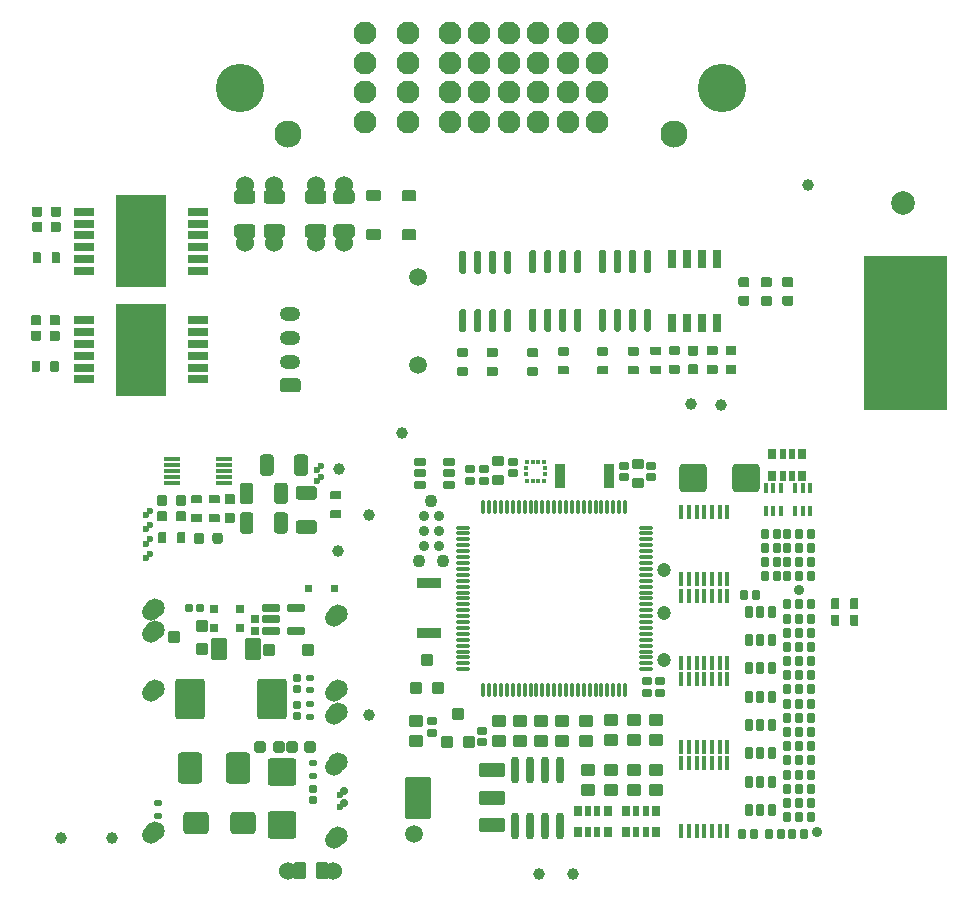
<source format=gts>
G75*
G70*
%OFA0B0*%
%FSLAX25Y25*%
%IPPOS*%
%LPD*%
%AMOC8*
5,1,8,0,0,1.08239X$1,22.5*
%
%AMM108*
21,1,0.029530,0.026380,-0.000000,0.000000,0.000000*
21,1,0.020470,0.035430,-0.000000,0.000000,0.000000*
1,1,0.009060,0.010240,-0.013190*
1,1,0.009060,-0.010240,-0.013190*
1,1,0.009060,-0.010240,0.013190*
1,1,0.009060,0.010240,0.013190*
%
%AMM109*
21,1,0.021650,0.027950,-0.000000,0.000000,0.000000*
21,1,0.014170,0.035430,-0.000000,0.000000,0.000000*
1,1,0.007480,0.007090,-0.013980*
1,1,0.007480,-0.007090,-0.013980*
1,1,0.007480,-0.007090,0.013980*
1,1,0.007480,0.007090,0.013980*
%
%AMM110*
21,1,0.016540,0.028980,-0.000000,0.000000,180.000000*
21,1,0.010080,0.035430,-0.000000,0.000000,180.000000*
1,1,0.006460,-0.005040,0.014490*
1,1,0.006460,0.005040,0.014490*
1,1,0.006460,0.005040,-0.014490*
1,1,0.006460,-0.005040,-0.014490*
%
%AMM111*
21,1,0.027560,0.030710,-0.000000,0.000000,270.000000*
21,1,0.018900,0.039370,-0.000000,0.000000,270.000000*
1,1,0.008660,-0.015350,-0.009450*
1,1,0.008660,-0.015350,0.009450*
1,1,0.008660,0.015350,0.009450*
1,1,0.008660,0.015350,-0.009450*
%
%AMM112*
21,1,0.031500,0.018900,-0.000000,0.000000,180.000000*
21,1,0.022840,0.027560,-0.000000,0.000000,180.000000*
1,1,0.008660,-0.011420,0.009450*
1,1,0.008660,0.011420,0.009450*
1,1,0.008660,0.011420,-0.009450*
1,1,0.008660,-0.011420,-0.009450*
%
%AMM113*
21,1,0.035430,0.072440,-0.000000,0.000000,180.000000*
21,1,0.025200,0.082680,-0.000000,0.000000,180.000000*
1,1,0.010240,-0.012600,0.036220*
1,1,0.010240,0.012600,0.036220*
1,1,0.010240,0.012600,-0.036220*
1,1,0.010240,-0.012600,-0.036220*
%
%AMM114*
21,1,0.031500,0.018900,-0.000000,0.000000,270.000000*
21,1,0.022840,0.027560,-0.000000,0.000000,270.000000*
1,1,0.008660,-0.009450,-0.011420*
1,1,0.008660,-0.009450,0.011420*
1,1,0.008660,0.009450,0.011420*
1,1,0.008660,0.009450,-0.011420*
%
%AMM115*
21,1,0.027560,0.030710,-0.000000,0.000000,0.000000*
21,1,0.018900,0.039370,-0.000000,0.000000,0.000000*
1,1,0.008660,0.009450,-0.015350*
1,1,0.008660,-0.009450,-0.015350*
1,1,0.008660,-0.009450,0.015350*
1,1,0.008660,0.009450,0.015350*
%
%AMM116*
21,1,0.039370,0.030320,-0.000000,0.000000,0.000000*
21,1,0.028350,0.041340,-0.000000,0.000000,0.000000*
1,1,0.011020,0.014170,-0.015160*
1,1,0.011020,-0.014170,-0.015160*
1,1,0.011020,-0.014170,0.015160*
1,1,0.011020,0.014170,0.015160*
%
%AMM117*
21,1,0.047240,0.075980,-0.000000,0.000000,90.000000*
21,1,0.034650,0.088580,-0.000000,0.000000,90.000000*
1,1,0.012600,0.037990,0.017320*
1,1,0.012600,0.037990,-0.017320*
1,1,0.012600,-0.037990,-0.017320*
1,1,0.012600,-0.037990,0.017320*
%
%AMM118*
21,1,0.043310,0.035430,-0.000000,0.000000,90.000000*
21,1,0.031500,0.047240,-0.000000,0.000000,90.000000*
1,1,0.011810,0.017720,0.015750*
1,1,0.011810,0.017720,-0.015750*
1,1,0.011810,-0.017720,-0.015750*
1,1,0.011810,-0.017720,0.015750*
%
%AMM119*
21,1,0.031500,0.030710,-0.000000,0.000000,90.000000*
21,1,0.022050,0.040160,-0.000000,0.000000,90.000000*
1,1,0.009450,0.015350,0.011020*
1,1,0.009450,0.015350,-0.011020*
1,1,0.009450,-0.015350,-0.011020*
1,1,0.009450,-0.015350,0.011020*
%
%AMM120*
21,1,0.035430,0.072440,-0.000000,0.000000,90.000000*
21,1,0.025200,0.082680,-0.000000,0.000000,90.000000*
1,1,0.010240,0.036220,0.012600*
1,1,0.010240,0.036220,-0.012600*
1,1,0.010240,-0.036220,-0.012600*
1,1,0.010240,-0.036220,0.012600*
%
%AMM121*
21,1,0.141730,0.067720,-0.000000,0.000000,90.000000*
21,1,0.120870,0.088580,-0.000000,0.000000,90.000000*
1,1,0.020870,0.033860,0.060430*
1,1,0.020870,0.033860,-0.060430*
1,1,0.020870,-0.033860,-0.060430*
1,1,0.020870,-0.033860,0.060430*
%
%AMM122*
21,1,0.047240,0.075990,-0.000000,0.000000,90.000000*
21,1,0.034650,0.088580,-0.000000,0.000000,90.000000*
1,1,0.012600,0.037990,0.017320*
1,1,0.012600,0.037990,-0.017320*
1,1,0.012600,-0.037990,-0.017320*
1,1,0.012600,-0.037990,0.017320*
%
%AMM123*
21,1,0.090550,0.073230,-0.000000,0.000000,180.000000*
21,1,0.069290,0.094490,-0.000000,0.000000,180.000000*
1,1,0.021260,-0.034650,0.036610*
1,1,0.021260,0.034650,0.036610*
1,1,0.021260,0.034650,-0.036610*
1,1,0.021260,-0.034650,-0.036610*
%
%AMM69*
21,1,0.092130,0.073230,0.000000,0.000000,270.000000*
21,1,0.069290,0.096060,0.000000,0.000000,270.000000*
1,1,0.022840,-0.036610,-0.034650*
1,1,0.022840,-0.036610,0.034650*
1,1,0.022840,0.036610,0.034650*
1,1,0.022840,0.036610,-0.034650*
%
%AMM70*
21,1,0.100000,0.111020,0.000000,0.000000,0.000000*
21,1,0.075590,0.135430,0.000000,0.000000,0.000000*
1,1,0.024410,0.037800,-0.055510*
1,1,0.024410,-0.037800,-0.055510*
1,1,0.024410,-0.037800,0.055510*
1,1,0.024410,0.037800,0.055510*
%
%AMM71*
21,1,0.080320,0.083460,0.000000,0.000000,0.000000*
21,1,0.059840,0.103940,0.000000,0.000000,0.000000*
1,1,0.020470,0.029920,-0.041730*
1,1,0.020470,-0.029920,-0.041730*
1,1,0.020470,-0.029920,0.041730*
1,1,0.020470,0.029920,0.041730*
%
%AMM72*
21,1,0.084250,0.053540,0.000000,0.000000,180.000000*
21,1,0.065350,0.072440,0.000000,0.000000,180.000000*
1,1,0.018900,-0.032680,0.026770*
1,1,0.018900,0.032680,0.026770*
1,1,0.018900,0.032680,-0.026770*
1,1,0.018900,-0.032680,-0.026770*
%
%AMM73*
21,1,0.040950,0.030320,0.000000,0.000000,90.000000*
21,1,0.028350,0.042910,0.000000,0.000000,90.000000*
1,1,0.012600,0.015160,0.014170*
1,1,0.012600,0.015160,-0.014170*
1,1,0.012600,-0.015160,-0.014170*
1,1,0.012600,-0.015160,0.014170*
%
%AMM74*
21,1,0.027170,0.052760,0.000000,0.000000,270.000000*
21,1,0.017320,0.062600,0.000000,0.000000,270.000000*
1,1,0.009840,-0.026380,-0.008660*
1,1,0.009840,-0.026380,0.008660*
1,1,0.009840,0.026380,0.008660*
1,1,0.009840,0.026380,-0.008660*
%
%AMM75*
21,1,0.041340,0.026770,0.000000,0.000000,0.000000*
21,1,0.029130,0.038980,0.000000,0.000000,0.000000*
1,1,0.012210,0.014570,-0.013390*
1,1,0.012210,-0.014570,-0.013390*
1,1,0.012210,-0.014570,0.013390*
1,1,0.012210,0.014570,0.013390*
%
%AMM76*
21,1,0.076380,0.036220,0.000000,0.000000,90.000000*
21,1,0.061810,0.050790,0.000000,0.000000,90.000000*
1,1,0.014570,0.018110,0.030910*
1,1,0.014570,0.018110,-0.030910*
1,1,0.014570,-0.018110,-0.030910*
1,1,0.014570,-0.018110,0.030910*
%
%AMM77*
21,1,0.038980,0.026770,0.000000,0.000000,0.000000*
21,1,0.026770,0.038980,0.000000,0.000000,0.000000*
1,1,0.012210,0.013390,-0.013390*
1,1,0.012210,-0.013390,-0.013390*
1,1,0.012210,-0.013390,0.013390*
1,1,0.012210,0.013390,0.013390*
%
%AMM78*
21,1,0.021260,0.016540,0.000000,0.000000,270.000000*
21,1,0.012600,0.025200,0.000000,0.000000,270.000000*
1,1,0.008660,-0.008270,-0.006300*
1,1,0.008660,-0.008270,0.006300*
1,1,0.008660,0.008270,0.006300*
1,1,0.008660,0.008270,-0.006300*
%
%AMM79*
21,1,0.029130,0.018900,0.000000,0.000000,90.000000*
21,1,0.018900,0.029130,0.000000,0.000000,90.000000*
1,1,0.010240,0.009450,0.009450*
1,1,0.010240,0.009450,-0.009450*
1,1,0.010240,-0.009450,-0.009450*
1,1,0.010240,-0.009450,0.009450*
%
%AMM80*
21,1,0.025200,0.019680,0.000000,0.000000,0.000000*
21,1,0.015750,0.029130,0.000000,0.000000,0.000000*
1,1,0.009450,0.007870,-0.009840*
1,1,0.009450,-0.007870,-0.009840*
1,1,0.009450,-0.007870,0.009840*
1,1,0.009450,0.007870,0.009840*
%
%AMM81*
21,1,0.025200,0.019680,0.000000,0.000000,270.000000*
21,1,0.015750,0.029130,0.000000,0.000000,270.000000*
1,1,0.009450,-0.009840,-0.007870*
1,1,0.009450,-0.009840,0.007870*
1,1,0.009450,0.009840,0.007870*
1,1,0.009450,0.009840,-0.007870*
%
%ADD109O,0.05118X0.01260*%
%ADD11C,0.03937*%
%ADD110O,0.01260X0.05118*%
%ADD112C,0.03494*%
%ADD115R,0.01772X0.01378*%
%ADD116R,0.01378X0.01772*%
%ADD12C,0.06000*%
%ADD128C,0.03543*%
%ADD13R,0.02559X0.06004*%
%ADD130C,0.04724*%
%ADD131C,0.04294*%
%ADD14R,0.06890X0.02559*%
%ADD15R,0.16929X0.31102*%
%ADD16O,0.06890X0.04724*%
%ADD17C,0.02362*%
%ADD173R,0.05512X0.01181*%
%ADD186M69*%
%ADD187M70*%
%ADD188M71*%
%ADD189M72*%
%ADD190M73*%
%ADD191M74*%
%ADD192M75*%
%ADD193M76*%
%ADD194M77*%
%ADD195M78*%
%ADD196M79*%
%ADD197M80*%
%ADD198M81*%
%ADD199C,0.02913*%
%ADD200C,0.06457*%
%ADD231M108*%
%ADD232M109*%
%ADD233M110*%
%ADD234O,0.01575X0.04724*%
%ADD235M111*%
%ADD236M112*%
%ADD237M113*%
%ADD238M114*%
%ADD239M115*%
%ADD240M116*%
%ADD241O,0.02756X0.09055*%
%ADD242M117*%
%ADD243M118*%
%ADD244M119*%
%ADD245M120*%
%ADD246M121*%
%ADD247M122*%
%ADD248M123*%
%ADD30C,0.07677*%
%ADD36C,0.07874*%
%ADD37C,0.05906*%
%ADD52C,0.00472*%
%ADD53C,0.16142*%
%ADD54C,0.09055*%
X0000000Y0000000D02*
%LPD*%
G01*
D52*
X0312598Y0161270D02*
X0285039Y0161270D01*
X0285039Y0212451D01*
X0312598Y0212451D01*
X0312598Y0161270D01*
G36*
X0312598Y0161270D02*
G01*
X0285039Y0161270D01*
X0285039Y0212451D01*
X0312598Y0212451D01*
X0312598Y0161270D01*
G37*
G36*
G01*
X0152874Y0172533D02*
X0149803Y0172533D01*
G75*
G02*
X0149528Y0172809I0000000J0000276D01*
G01*
X0149528Y0175013D01*
G75*
G02*
X0149803Y0175289I0000276J0000000D01*
G01*
X0152874Y0175289D01*
G75*
G02*
X0153150Y0175013I0000000J-000276D01*
G01*
X0153150Y0172809D01*
G75*
G02*
X0152874Y0172533I-000276J0000000D01*
G01*
G37*
G36*
G01*
X0152874Y0178832D02*
X0149803Y0178832D01*
G75*
G02*
X0149528Y0179108I0000000J0000276D01*
G01*
X0149528Y0181313D01*
G75*
G02*
X0149803Y0181588I0000276J0000000D01*
G01*
X0152874Y0181588D01*
G75*
G02*
X0153150Y0181313I0000000J-000276D01*
G01*
X0153150Y0179108D01*
G75*
G02*
X0152874Y0178832I-000276J0000000D01*
G01*
G37*
D11*
X0110236Y0141339D03*
G36*
G01*
X0229547Y0172972D02*
X0226870Y0172972D01*
G75*
G02*
X0226535Y0173307I0000000J0000335D01*
G01*
X0226535Y0175984D01*
G75*
G02*
X0226870Y0176319I0000335J0000000D01*
G01*
X0229547Y0176319D01*
G75*
G02*
X0229882Y0175984I0000000J-000335D01*
G01*
X0229882Y0173307D01*
G75*
G02*
X0229547Y0172972I-000335J0000000D01*
G01*
G37*
G36*
G01*
X0229547Y0179193D02*
X0226870Y0179193D01*
G75*
G02*
X0226535Y0179528I0000000J0000335D01*
G01*
X0226535Y0182205D01*
G75*
G02*
X0226870Y0182539I0000335J0000000D01*
G01*
X0229547Y0182539D01*
G75*
G02*
X0229882Y0182205I0000000J-000335D01*
G01*
X0229882Y0179528D01*
G75*
G02*
X0229547Y0179193I-000335J0000000D01*
G01*
G37*
G36*
G01*
X0007461Y0189606D02*
X0007461Y0192283D01*
G75*
G02*
X0007795Y0192618I0000335J0000000D01*
G01*
X0010472Y0192618D01*
G75*
G02*
X0010807Y0192283I0000000J-000335D01*
G01*
X0010807Y0189606D01*
G75*
G02*
X0010472Y0189272I-000335J0000000D01*
G01*
X0007795Y0189272D01*
G75*
G02*
X0007461Y0189606I0000000J0000335D01*
G01*
G37*
G36*
G01*
X0013681Y0189606D02*
X0013681Y0192283D01*
G75*
G02*
X0014016Y0192618I0000335J0000000D01*
G01*
X0016693Y0192618D01*
G75*
G02*
X0017028Y0192283I0000000J-000335D01*
G01*
X0017028Y0189606D01*
G75*
G02*
X0016693Y0189272I-000335J0000000D01*
G01*
X0014016Y0189272D01*
G75*
G02*
X0013681Y0189606I0000000J0000335D01*
G01*
G37*
G36*
G01*
X0283268Y0092480D02*
X0283268Y0089409D01*
G75*
G02*
X0282992Y0089134I-000276J0000000D01*
G01*
X0280787Y0089134D01*
G75*
G02*
X0280512Y0089409I0000000J0000276D01*
G01*
X0280512Y0092480D01*
G75*
G02*
X0280787Y0092756I0000276J0000000D01*
G01*
X0282992Y0092756D01*
G75*
G02*
X0283268Y0092480I0000000J-000276D01*
G01*
G37*
G36*
G01*
X0276968Y0092480D02*
X0276968Y0089409D01*
G75*
G02*
X0276693Y0089134I-000276J0000000D01*
G01*
X0274488Y0089134D01*
G75*
G02*
X0274213Y0089409I0000000J0000276D01*
G01*
X0274213Y0092480D01*
G75*
G02*
X0274488Y0092756I0000276J0000000D01*
G01*
X0276693Y0092756D01*
G75*
G02*
X0276968Y0092480I0000000J-000276D01*
G01*
G37*
D12*
X0111811Y0236024D03*
G36*
G01*
X0108268Y0230728D02*
X0108268Y0233445D01*
G75*
G02*
X0109173Y0234350I0000906J0000000D01*
G01*
X0114449Y0234350D01*
G75*
G02*
X0115354Y0233445I0000000J-000906D01*
G01*
X0115354Y0230728D01*
G75*
G02*
X0114449Y0229823I-000906J0000000D01*
G01*
X0109173Y0229823D01*
G75*
G02*
X0108268Y0230728I0000000J0000906D01*
G01*
G37*
G36*
G01*
X0108268Y0219311D02*
X0108268Y0222027D01*
G75*
G02*
X0109173Y0222933I0000906J0000000D01*
G01*
X0114449Y0222933D01*
G75*
G02*
X0115354Y0222027I0000000J-000906D01*
G01*
X0115354Y0219311D01*
G75*
G02*
X0114449Y0218405I-000906J0000000D01*
G01*
X0109173Y0218405D01*
G75*
G02*
X0108268Y0219311I0000000J0000906D01*
G01*
G37*
X0111811Y0216732D03*
D11*
X0017323Y0018504D03*
G36*
G01*
X0198602Y0187205D02*
X0197421Y0187205D01*
G75*
G02*
X0196831Y0187795I0000000J0000591D01*
G01*
X0196831Y0194291D01*
G75*
G02*
X0197421Y0194882I0000591J0000000D01*
G01*
X0198602Y0194882D01*
G75*
G02*
X0199193Y0194291I0000000J-000591D01*
G01*
X0199193Y0187795D01*
G75*
G02*
X0198602Y0187205I-000591J0000000D01*
G01*
G37*
G36*
G01*
X0203602Y0187205D02*
X0202421Y0187205D01*
G75*
G02*
X0201831Y0187795I0000000J0000591D01*
G01*
X0201831Y0194291D01*
G75*
G02*
X0202421Y0194882I0000591J0000000D01*
G01*
X0203602Y0194882D01*
G75*
G02*
X0204193Y0194291I0000000J-000591D01*
G01*
X0204193Y0187795D01*
G75*
G02*
X0203602Y0187205I-000591J0000000D01*
G01*
G37*
G36*
G01*
X0208602Y0187205D02*
X0207421Y0187205D01*
G75*
G02*
X0206831Y0187795I0000000J0000591D01*
G01*
X0206831Y0194291D01*
G75*
G02*
X0207421Y0194882I0000591J0000000D01*
G01*
X0208602Y0194882D01*
G75*
G02*
X0209193Y0194291I0000000J-000591D01*
G01*
X0209193Y0187795D01*
G75*
G02*
X0208602Y0187205I-000591J0000000D01*
G01*
G37*
G36*
G01*
X0213602Y0187205D02*
X0212421Y0187205D01*
G75*
G02*
X0211831Y0187795I0000000J0000591D01*
G01*
X0211831Y0194291D01*
G75*
G02*
X0212421Y0194882I0000591J0000000D01*
G01*
X0213602Y0194882D01*
G75*
G02*
X0214193Y0194291I0000000J-000591D01*
G01*
X0214193Y0187795D01*
G75*
G02*
X0213602Y0187205I-000591J0000000D01*
G01*
G37*
G36*
G01*
X0213602Y0206693D02*
X0212421Y0206693D01*
G75*
G02*
X0211831Y0207283I0000000J0000591D01*
G01*
X0211831Y0213779D01*
G75*
G02*
X0212421Y0214370I0000591J0000000D01*
G01*
X0213602Y0214370D01*
G75*
G02*
X0214193Y0213779I0000000J-000591D01*
G01*
X0214193Y0207283D01*
G75*
G02*
X0213602Y0206693I-000591J0000000D01*
G01*
G37*
G36*
G01*
X0208602Y0206693D02*
X0207421Y0206693D01*
G75*
G02*
X0206831Y0207283I0000000J0000591D01*
G01*
X0206831Y0213779D01*
G75*
G02*
X0207421Y0214370I0000591J0000000D01*
G01*
X0208602Y0214370D01*
G75*
G02*
X0209193Y0213779I0000000J-000591D01*
G01*
X0209193Y0207283D01*
G75*
G02*
X0208602Y0206693I-000591J0000000D01*
G01*
G37*
G36*
G01*
X0203602Y0206693D02*
X0202421Y0206693D01*
G75*
G02*
X0201831Y0207283I0000000J0000591D01*
G01*
X0201831Y0213779D01*
G75*
G02*
X0202421Y0214370I0000591J0000000D01*
G01*
X0203602Y0214370D01*
G75*
G02*
X0204193Y0213779I0000000J-000591D01*
G01*
X0204193Y0207283D01*
G75*
G02*
X0203602Y0206693I-000591J0000000D01*
G01*
G37*
G36*
G01*
X0198602Y0206693D02*
X0197421Y0206693D01*
G75*
G02*
X0196831Y0207283I0000000J0000591D01*
G01*
X0196831Y0213779D01*
G75*
G02*
X0197421Y0214370I0000591J0000000D01*
G01*
X0198602Y0214370D01*
G75*
G02*
X0199193Y0213779I0000000J-000591D01*
G01*
X0199193Y0207283D01*
G75*
G02*
X0198602Y0206693I-000591J0000000D01*
G01*
G37*
D13*
X0221240Y0190209D03*
X0226240Y0190209D03*
X0231240Y0190209D03*
X0236240Y0190209D03*
X0236240Y0211563D03*
X0231240Y0211563D03*
X0226240Y0211563D03*
X0221240Y0211563D03*
G36*
G01*
X0016732Y0177126D02*
X0016732Y0174055D01*
G75*
G02*
X0016457Y0173779I-000276J0000000D01*
G01*
X0014252Y0173779D01*
G75*
G02*
X0013976Y0174055I0000000J0000276D01*
G01*
X0013976Y0177126D01*
G75*
G02*
X0014252Y0177402I0000276J0000000D01*
G01*
X0016457Y0177402D01*
G75*
G02*
X0016732Y0177126I0000000J-000276D01*
G01*
G37*
G36*
G01*
X0010433Y0177126D02*
X0010433Y0174055D01*
G75*
G02*
X0010157Y0173779I-000276J0000000D01*
G01*
X0007953Y0173779D01*
G75*
G02*
X0007677Y0174055I0000000J0000276D01*
G01*
X0007677Y0177126D01*
G75*
G02*
X0007953Y0177402I0000276J0000000D01*
G01*
X0010157Y0177402D01*
G75*
G02*
X0010433Y0177126I0000000J-000276D01*
G01*
G37*
G36*
G01*
X0007854Y0225827D02*
X0007854Y0228504D01*
G75*
G02*
X0008189Y0228839I0000335J0000000D01*
G01*
X0010866Y0228839D01*
G75*
G02*
X0011201Y0228504I0000000J-000335D01*
G01*
X0011201Y0225827D01*
G75*
G02*
X0010866Y0225492I-000335J0000000D01*
G01*
X0008189Y0225492D01*
G75*
G02*
X0007854Y0225827I0000000J0000335D01*
G01*
G37*
G36*
G01*
X0014075Y0225827D02*
X0014075Y0228504D01*
G75*
G02*
X0014409Y0228839I0000335J0000000D01*
G01*
X0017087Y0228839D01*
G75*
G02*
X0017421Y0228504I0000000J-000335D01*
G01*
X0017421Y0225827D01*
G75*
G02*
X0017087Y0225492I-000335J0000000D01*
G01*
X0014409Y0225492D01*
G75*
G02*
X0014075Y0225827I0000000J0000335D01*
G01*
G37*
G36*
G01*
X0274213Y0094921D02*
X0274213Y0097992D01*
G75*
G02*
X0274488Y0098268I0000276J0000000D01*
G01*
X0276693Y0098268D01*
G75*
G02*
X0276968Y0097992I0000000J-000276D01*
G01*
X0276968Y0094921D01*
G75*
G02*
X0276693Y0094646I-000276J0000000D01*
G01*
X0274488Y0094646D01*
G75*
G02*
X0274213Y0094921I0000000J0000276D01*
G01*
G37*
G36*
G01*
X0280512Y0094921D02*
X0280512Y0097992D01*
G75*
G02*
X0280787Y0098268I0000276J0000000D01*
G01*
X0282992Y0098268D01*
G75*
G02*
X0283268Y0097992I0000000J-000276D01*
G01*
X0283268Y0094921D01*
G75*
G02*
X0282992Y0094646I-000276J0000000D01*
G01*
X0280787Y0094646D01*
G75*
G02*
X0280512Y0094921I0000000J0000276D01*
G01*
G37*
D11*
X0034646Y0018504D03*
D14*
X0062992Y0171260D03*
X0062992Y0175197D03*
X0062992Y0179134D03*
X0062992Y0183071D03*
X0062992Y0187008D03*
X0062992Y0190945D03*
X0025197Y0190945D03*
X0025197Y0187008D03*
X0025197Y0183071D03*
X0025197Y0179134D03*
X0025197Y0175197D03*
X0025197Y0171260D03*
D15*
X0044094Y0181102D03*
G36*
G01*
X0109600Y0100443D02*
X0107711Y0100443D01*
G75*
G02*
X0107474Y0100679I0000000J0000236D01*
G01*
X0107474Y0102569D01*
G75*
G02*
X0107711Y0102805I0000236J0000000D01*
G01*
X0109600Y0102805D01*
G75*
G02*
X0109837Y0102569I0000000J-000236D01*
G01*
X0109837Y0100679D01*
G75*
G02*
X0109600Y0100443I-000236J0000000D01*
G01*
G37*
G36*
G01*
X0100939Y0100443D02*
X0099049Y0100443D01*
G75*
G02*
X0098813Y0100679I0000000J0000236D01*
G01*
X0098813Y0102569D01*
G75*
G02*
X0099049Y0102805I0000236J0000000D01*
G01*
X0100939Y0102805D01*
G75*
G02*
X0101175Y0102569I0000000J-000236D01*
G01*
X0101175Y0100679D01*
G75*
G02*
X0100939Y0100443I-000236J0000000D01*
G01*
G37*
D11*
X0227559Y0162992D03*
G36*
G01*
X0007461Y0184488D02*
X0007461Y0187165D01*
G75*
G02*
X0007795Y0187500I0000335J0000000D01*
G01*
X0010472Y0187500D01*
G75*
G02*
X0010807Y0187165I0000000J-000335D01*
G01*
X0010807Y0184488D01*
G75*
G02*
X0010472Y0184153I-000335J0000000D01*
G01*
X0007795Y0184153D01*
G75*
G02*
X0007461Y0184488I0000000J0000335D01*
G01*
G37*
G36*
G01*
X0013681Y0184488D02*
X0013681Y0187165D01*
G75*
G02*
X0014016Y0187500I0000335J0000000D01*
G01*
X0016693Y0187500D01*
G75*
G02*
X0017028Y0187165I0000000J-000335D01*
G01*
X0017028Y0184488D01*
G75*
G02*
X0016693Y0184153I-000335J0000000D01*
G01*
X0014016Y0184153D01*
G75*
G02*
X0013681Y0184488I0000000J0000335D01*
G01*
G37*
G36*
G01*
X0110591Y0125000D02*
X0107520Y0125000D01*
G75*
G02*
X0107244Y0125276I0000000J0000276D01*
G01*
X0107244Y0127480D01*
G75*
G02*
X0107520Y0127756I0000276J0000000D01*
G01*
X0110591Y0127756D01*
G75*
G02*
X0110866Y0127480I0000000J-000276D01*
G01*
X0110866Y0125276D01*
G75*
G02*
X0110591Y0125000I-000276J0000000D01*
G01*
G37*
G36*
G01*
X0110591Y0131299D02*
X0107520Y0131299D01*
G75*
G02*
X0107244Y0131575I0000000J0000276D01*
G01*
X0107244Y0133779D01*
G75*
G02*
X0107520Y0134055I0000276J0000000D01*
G01*
X0110591Y0134055D01*
G75*
G02*
X0110866Y0133779I0000000J-000276D01*
G01*
X0110866Y0131575D01*
G75*
G02*
X0110591Y0131299I-000276J0000000D01*
G01*
G37*
G36*
G01*
X0096358Y0166929D02*
X0091437Y0166929D01*
G75*
G02*
X0090453Y0167913I0000000J0000984D01*
G01*
X0090453Y0170669D01*
G75*
G02*
X0091437Y0171653I0000984J0000000D01*
G01*
X0096358Y0171653D01*
G75*
G02*
X0097342Y0170669I0000000J-000984D01*
G01*
X0097342Y0167913D01*
G75*
G02*
X0096358Y0166929I-000984J0000000D01*
G01*
G37*
D16*
X0093898Y0177165D03*
X0093898Y0185039D03*
X0093898Y0192913D03*
G36*
G01*
X0209803Y0172933D02*
X0206732Y0172933D01*
G75*
G02*
X0206457Y0173209I0000000J0000276D01*
G01*
X0206457Y0175413D01*
G75*
G02*
X0206732Y0175689I0000276J0000000D01*
G01*
X0209803Y0175689D01*
G75*
G02*
X0210079Y0175413I0000000J-000276D01*
G01*
X0210079Y0173209D01*
G75*
G02*
X0209803Y0172933I-000276J0000000D01*
G01*
G37*
G36*
G01*
X0209803Y0179232D02*
X0206732Y0179232D01*
G75*
G02*
X0206457Y0179508I0000000J0000276D01*
G01*
X0206457Y0181713D01*
G75*
G02*
X0206732Y0181988I0000276J0000000D01*
G01*
X0209803Y0181988D01*
G75*
G02*
X0210079Y0181713I0000000J-000276D01*
G01*
X0210079Y0179508D01*
G75*
G02*
X0209803Y0179232I-000276J0000000D01*
G01*
G37*
D11*
X0109842Y0114173D03*
G36*
G01*
X0217283Y0173130D02*
X0214213Y0173130D01*
G75*
G02*
X0213937Y0173405I0000000J0000276D01*
G01*
X0213937Y0175610D01*
G75*
G02*
X0214213Y0175886I0000276J0000000D01*
G01*
X0217283Y0175886D01*
G75*
G02*
X0217559Y0175610I0000000J-000276D01*
G01*
X0217559Y0173405D01*
G75*
G02*
X0217283Y0173130I-000276J0000000D01*
G01*
G37*
G36*
G01*
X0217283Y0179429D02*
X0214213Y0179429D01*
G75*
G02*
X0213937Y0179705I0000000J0000276D01*
G01*
X0213937Y0181909D01*
G75*
G02*
X0214213Y0182185I0000276J0000000D01*
G01*
X0217283Y0182185D01*
G75*
G02*
X0217559Y0181909I0000000J-000276D01*
G01*
X0217559Y0179705D01*
G75*
G02*
X0217283Y0179429I-000276J0000000D01*
G01*
G37*
G36*
G01*
X0176260Y0172539D02*
X0173189Y0172539D01*
G75*
G02*
X0172913Y0172815I0000000J0000276D01*
G01*
X0172913Y0175020D01*
G75*
G02*
X0173189Y0175295I0000276J0000000D01*
G01*
X0176260Y0175295D01*
G75*
G02*
X0176535Y0175020I0000000J-000276D01*
G01*
X0176535Y0172815D01*
G75*
G02*
X0176260Y0172539I-000276J0000000D01*
G01*
G37*
G36*
G01*
X0176260Y0178839D02*
X0173189Y0178839D01*
G75*
G02*
X0172913Y0179114I0000000J0000276D01*
G01*
X0172913Y0181319D01*
G75*
G02*
X0173189Y0181594I0000276J0000000D01*
G01*
X0176260Y0181594D01*
G75*
G02*
X0176535Y0181319I0000000J-000276D01*
G01*
X0176535Y0179114D01*
G75*
G02*
X0176260Y0178839I-000276J0000000D01*
G01*
G37*
X0120079Y0125984D03*
D53*
X0237795Y0268307D03*
D54*
X0221653Y0253150D03*
X0093307Y0253150D03*
D53*
X0077165Y0268307D03*
D30*
X0196260Y0257087D03*
X0196260Y0266929D03*
X0196260Y0276772D03*
X0196260Y0286614D03*
X0186417Y0257087D03*
X0186417Y0266929D03*
X0186417Y0276772D03*
X0186417Y0286614D03*
X0176575Y0257087D03*
X0176575Y0266929D03*
X0176575Y0276772D03*
X0176575Y0286614D03*
X0166732Y0257087D03*
X0166732Y0266929D03*
X0166732Y0276772D03*
X0166732Y0286614D03*
X0156890Y0257087D03*
X0156890Y0266929D03*
X0156890Y0276772D03*
X0156890Y0286614D03*
X0147047Y0257087D03*
X0147047Y0266929D03*
X0147047Y0276772D03*
X0147047Y0286614D03*
X0133268Y0257087D03*
X0133268Y0266929D03*
X0133268Y0276772D03*
X0133268Y0286614D03*
X0118701Y0257087D03*
X0118701Y0266929D03*
X0118701Y0276772D03*
X0118701Y0286614D03*
D14*
X0062992Y0207480D03*
X0062992Y0211417D03*
X0062992Y0215354D03*
X0062992Y0219291D03*
X0062992Y0223228D03*
X0062992Y0227165D03*
X0025197Y0227165D03*
X0025197Y0223228D03*
X0025197Y0219291D03*
X0025197Y0215354D03*
X0025197Y0211417D03*
X0025197Y0207480D03*
D15*
X0044094Y0217323D03*
D11*
X0188189Y0006299D03*
X0176772Y0006299D03*
X0266535Y0236220D03*
G36*
G01*
X0251609Y0205364D02*
X0253627Y0205364D01*
G75*
G02*
X0254488Y0204503I0000000J-000861D01*
G01*
X0254488Y0202780D01*
G75*
G02*
X0253627Y0201919I-000861J0000000D01*
G01*
X0251609Y0201919D01*
G75*
G02*
X0250748Y0202780I0000000J0000861D01*
G01*
X0250748Y0204503D01*
G75*
G02*
X0251609Y0205364I0000861J0000000D01*
G01*
G37*
G36*
G01*
X0251609Y0199163D02*
X0253627Y0199163D01*
G75*
G02*
X0254488Y0198302I0000000J-000861D01*
G01*
X0254488Y0196580D01*
G75*
G02*
X0253627Y0195718I-000861J0000000D01*
G01*
X0251609Y0195718D01*
G75*
G02*
X0250748Y0196580I0000000J0000861D01*
G01*
X0250748Y0198302D01*
G75*
G02*
X0251609Y0199163I0000861J0000000D01*
G01*
G37*
G36*
G01*
X0152047Y0187008D02*
X0150866Y0187008D01*
G75*
G02*
X0150276Y0187598I0000000J0000591D01*
G01*
X0150276Y0194094D01*
G75*
G02*
X0150866Y0194685I0000591J0000000D01*
G01*
X0152047Y0194685D01*
G75*
G02*
X0152638Y0194094I0000000J-000591D01*
G01*
X0152638Y0187598D01*
G75*
G02*
X0152047Y0187008I-000591J0000000D01*
G01*
G37*
G36*
G01*
X0157047Y0187008D02*
X0155866Y0187008D01*
G75*
G02*
X0155276Y0187598I0000000J0000591D01*
G01*
X0155276Y0194094D01*
G75*
G02*
X0155866Y0194685I0000591J0000000D01*
G01*
X0157047Y0194685D01*
G75*
G02*
X0157638Y0194094I0000000J-000591D01*
G01*
X0157638Y0187598D01*
G75*
G02*
X0157047Y0187008I-000591J0000000D01*
G01*
G37*
G36*
G01*
X0162047Y0187008D02*
X0160866Y0187008D01*
G75*
G02*
X0160276Y0187598I0000000J0000591D01*
G01*
X0160276Y0194094D01*
G75*
G02*
X0160866Y0194685I0000591J0000000D01*
G01*
X0162047Y0194685D01*
G75*
G02*
X0162638Y0194094I0000000J-000591D01*
G01*
X0162638Y0187598D01*
G75*
G02*
X0162047Y0187008I-000591J0000000D01*
G01*
G37*
G36*
G01*
X0167047Y0187008D02*
X0165866Y0187008D01*
G75*
G02*
X0165276Y0187598I0000000J0000591D01*
G01*
X0165276Y0194094D01*
G75*
G02*
X0165866Y0194685I0000591J0000000D01*
G01*
X0167047Y0194685D01*
G75*
G02*
X0167638Y0194094I0000000J-000591D01*
G01*
X0167638Y0187598D01*
G75*
G02*
X0167047Y0187008I-000591J0000000D01*
G01*
G37*
G36*
G01*
X0167047Y0206496D02*
X0165866Y0206496D01*
G75*
G02*
X0165276Y0207087I0000000J0000591D01*
G01*
X0165276Y0213583D01*
G75*
G02*
X0165866Y0214173I0000591J0000000D01*
G01*
X0167047Y0214173D01*
G75*
G02*
X0167638Y0213583I0000000J-000591D01*
G01*
X0167638Y0207087D01*
G75*
G02*
X0167047Y0206496I-000591J0000000D01*
G01*
G37*
G36*
G01*
X0162047Y0206496D02*
X0160866Y0206496D01*
G75*
G02*
X0160276Y0207087I0000000J0000591D01*
G01*
X0160276Y0213583D01*
G75*
G02*
X0160866Y0214173I0000591J0000000D01*
G01*
X0162047Y0214173D01*
G75*
G02*
X0162638Y0213583I0000000J-000591D01*
G01*
X0162638Y0207087D01*
G75*
G02*
X0162047Y0206496I-000591J0000000D01*
G01*
G37*
G36*
G01*
X0157047Y0206496D02*
X0155866Y0206496D01*
G75*
G02*
X0155276Y0207087I0000000J0000591D01*
G01*
X0155276Y0213583D01*
G75*
G02*
X0155866Y0214173I0000591J0000000D01*
G01*
X0157047Y0214173D01*
G75*
G02*
X0157638Y0213583I0000000J-000591D01*
G01*
X0157638Y0207087D01*
G75*
G02*
X0157047Y0206496I-000591J0000000D01*
G01*
G37*
G36*
G01*
X0152047Y0206496D02*
X0150866Y0206496D01*
G75*
G02*
X0150276Y0207087I0000000J0000591D01*
G01*
X0150276Y0213583D01*
G75*
G02*
X0150866Y0214173I0000591J0000000D01*
G01*
X0152047Y0214173D01*
G75*
G02*
X0152638Y0213583I0000000J-000591D01*
G01*
X0152638Y0207087D01*
G75*
G02*
X0152047Y0206496I-000591J0000000D01*
G01*
G37*
D12*
X0088583Y0236024D03*
G36*
G01*
X0085039Y0230728D02*
X0085039Y0233445D01*
G75*
G02*
X0085945Y0234350I0000906J0000000D01*
G01*
X0091220Y0234350D01*
G75*
G02*
X0092126Y0233445I0000000J-000906D01*
G01*
X0092126Y0230728D01*
G75*
G02*
X0091220Y0229823I-000906J0000000D01*
G01*
X0085945Y0229823D01*
G75*
G02*
X0085039Y0230728I0000000J0000906D01*
G01*
G37*
G36*
G01*
X0085039Y0219311D02*
X0085039Y0222027D01*
G75*
G02*
X0085945Y0222933I0000906J0000000D01*
G01*
X0091220Y0222933D01*
G75*
G02*
X0092126Y0222027I0000000J-000906D01*
G01*
X0092126Y0219311D01*
G75*
G02*
X0091220Y0218405I-000906J0000000D01*
G01*
X0085945Y0218405D01*
G75*
G02*
X0085039Y0219311I0000000J0000906D01*
G01*
G37*
X0088583Y0216732D03*
D11*
X0237402Y0162598D03*
D12*
X0093287Y0007480D03*
G36*
G01*
X0095079Y0005020D02*
X0095079Y0009941D01*
G75*
G02*
X0095472Y0010335I0000394J0000000D01*
G01*
X0098622Y0010335D01*
G75*
G02*
X0099016Y0009941I0000000J-000394D01*
G01*
X0099016Y0005020D01*
G75*
G02*
X0098622Y0004626I-000394J0000000D01*
G01*
X0095472Y0004626D01*
G75*
G02*
X0095079Y0005020I0000000J0000394D01*
G01*
G37*
G36*
G01*
X0102559Y0005020D02*
X0102559Y0009941D01*
G75*
G02*
X0102953Y0010335I0000394J0000000D01*
G01*
X0106102Y0010335D01*
G75*
G02*
X0106496Y0009941I0000000J-000394D01*
G01*
X0106496Y0005020D01*
G75*
G02*
X0106102Y0004626I-000394J0000000D01*
G01*
X0102953Y0004626D01*
G75*
G02*
X0102559Y0005020I0000000J0000394D01*
G01*
G37*
X0108287Y0007480D03*
G36*
G01*
X0017126Y0213346D02*
X0017126Y0210276D01*
G75*
G02*
X0016850Y0210000I-000276J0000000D01*
G01*
X0014646Y0210000D01*
G75*
G02*
X0014370Y0210276I0000000J0000276D01*
G01*
X0014370Y0213346D01*
G75*
G02*
X0014646Y0213622I0000276J0000000D01*
G01*
X0016850Y0213622D01*
G75*
G02*
X0017126Y0213346I0000000J-000276D01*
G01*
G37*
G36*
G01*
X0010827Y0213346D02*
X0010827Y0210276D01*
G75*
G02*
X0010551Y0210000I-000276J0000000D01*
G01*
X0008346Y0210000D01*
G75*
G02*
X0008071Y0210276I0000000J0000276D01*
G01*
X0008071Y0213346D01*
G75*
G02*
X0008346Y0213622I0000276J0000000D01*
G01*
X0010551Y0213622D01*
G75*
G02*
X0010827Y0213346I0000000J-000276D01*
G01*
G37*
D11*
X0120079Y0059449D03*
G36*
G01*
X0123661Y0217716D02*
X0119646Y0217716D01*
G75*
G02*
X0119291Y0218071I0000000J0000354D01*
G01*
X0119291Y0220905D01*
G75*
G02*
X0119646Y0221260I0000354J0000000D01*
G01*
X0123661Y0221260D01*
G75*
G02*
X0124016Y0220905I0000000J-000354D01*
G01*
X0124016Y0218071D01*
G75*
G02*
X0123661Y0217716I-000354J0000000D01*
G01*
G37*
G36*
G01*
X0123661Y0230709D02*
X0119646Y0230709D01*
G75*
G02*
X0119291Y0231063I0000000J0000354D01*
G01*
X0119291Y0233898D01*
G75*
G02*
X0119646Y0234252I0000354J0000000D01*
G01*
X0123661Y0234252D01*
G75*
G02*
X0124016Y0233898I0000000J-000354D01*
G01*
X0124016Y0231063D01*
G75*
G02*
X0123661Y0230709I-000354J0000000D01*
G01*
G37*
D12*
X0078740Y0236024D03*
G36*
G01*
X0075197Y0230728D02*
X0075197Y0233445D01*
G75*
G02*
X0076102Y0234350I0000906J0000000D01*
G01*
X0081378Y0234350D01*
G75*
G02*
X0082283Y0233445I0000000J-000906D01*
G01*
X0082283Y0230728D01*
G75*
G02*
X0081378Y0229823I-000906J0000000D01*
G01*
X0076102Y0229823D01*
G75*
G02*
X0075197Y0230728I0000000J0000906D01*
G01*
G37*
G36*
G01*
X0075197Y0219311D02*
X0075197Y0222027D01*
G75*
G02*
X0076102Y0222933I0000906J0000000D01*
G01*
X0081378Y0222933D01*
G75*
G02*
X0082283Y0222027I0000000J-000906D01*
G01*
X0082283Y0219311D01*
G75*
G02*
X0081378Y0218405I-000906J0000000D01*
G01*
X0076102Y0218405D01*
G75*
G02*
X0075197Y0219311I0000000J0000906D01*
G01*
G37*
X0078740Y0216732D03*
D11*
X0131102Y0153543D03*
G36*
G01*
X0135472Y0217716D02*
X0131457Y0217716D01*
G75*
G02*
X0131102Y0218071I0000000J0000354D01*
G01*
X0131102Y0220905D01*
G75*
G02*
X0131457Y0221260I0000354J0000000D01*
G01*
X0135472Y0221260D01*
G75*
G02*
X0135827Y0220905I0000000J-000354D01*
G01*
X0135827Y0218071D01*
G75*
G02*
X0135472Y0217716I-000354J0000000D01*
G01*
G37*
G36*
G01*
X0135472Y0230709D02*
X0131457Y0230709D01*
G75*
G02*
X0131102Y0231063I0000000J0000354D01*
G01*
X0131102Y0233898D01*
G75*
G02*
X0131457Y0234252I0000354J0000000D01*
G01*
X0135472Y0234252D01*
G75*
G02*
X0135827Y0233898I0000000J-000354D01*
G01*
X0135827Y0231063D01*
G75*
G02*
X0135472Y0230709I-000354J0000000D01*
G01*
G37*
G36*
G01*
X0175374Y0187205D02*
X0174193Y0187205D01*
G75*
G02*
X0173602Y0187795I0000000J0000591D01*
G01*
X0173602Y0194291D01*
G75*
G02*
X0174193Y0194882I0000591J0000000D01*
G01*
X0175374Y0194882D01*
G75*
G02*
X0175965Y0194291I0000000J-000591D01*
G01*
X0175965Y0187795D01*
G75*
G02*
X0175374Y0187205I-000591J0000000D01*
G01*
G37*
G36*
G01*
X0180374Y0187205D02*
X0179193Y0187205D01*
G75*
G02*
X0178602Y0187795I0000000J0000591D01*
G01*
X0178602Y0194291D01*
G75*
G02*
X0179193Y0194882I0000591J0000000D01*
G01*
X0180374Y0194882D01*
G75*
G02*
X0180965Y0194291I0000000J-000591D01*
G01*
X0180965Y0187795D01*
G75*
G02*
X0180374Y0187205I-000591J0000000D01*
G01*
G37*
G36*
G01*
X0185374Y0187205D02*
X0184193Y0187205D01*
G75*
G02*
X0183602Y0187795I0000000J0000591D01*
G01*
X0183602Y0194291D01*
G75*
G02*
X0184193Y0194882I0000591J0000000D01*
G01*
X0185374Y0194882D01*
G75*
G02*
X0185965Y0194291I0000000J-000591D01*
G01*
X0185965Y0187795D01*
G75*
G02*
X0185374Y0187205I-000591J0000000D01*
G01*
G37*
G36*
G01*
X0190374Y0187205D02*
X0189193Y0187205D01*
G75*
G02*
X0188602Y0187795I0000000J0000591D01*
G01*
X0188602Y0194291D01*
G75*
G02*
X0189193Y0194882I0000591J0000000D01*
G01*
X0190374Y0194882D01*
G75*
G02*
X0190965Y0194291I0000000J-000591D01*
G01*
X0190965Y0187795D01*
G75*
G02*
X0190374Y0187205I-000591J0000000D01*
G01*
G37*
G36*
G01*
X0190374Y0206693D02*
X0189193Y0206693D01*
G75*
G02*
X0188602Y0207283I0000000J0000591D01*
G01*
X0188602Y0213779D01*
G75*
G02*
X0189193Y0214370I0000591J0000000D01*
G01*
X0190374Y0214370D01*
G75*
G02*
X0190965Y0213779I0000000J-000591D01*
G01*
X0190965Y0207283D01*
G75*
G02*
X0190374Y0206693I-000591J0000000D01*
G01*
G37*
G36*
G01*
X0185374Y0206693D02*
X0184193Y0206693D01*
G75*
G02*
X0183602Y0207283I0000000J0000591D01*
G01*
X0183602Y0213779D01*
G75*
G02*
X0184193Y0214370I0000591J0000000D01*
G01*
X0185374Y0214370D01*
G75*
G02*
X0185965Y0213779I0000000J-000591D01*
G01*
X0185965Y0207283D01*
G75*
G02*
X0185374Y0206693I-000591J0000000D01*
G01*
G37*
G36*
G01*
X0180374Y0206693D02*
X0179193Y0206693D01*
G75*
G02*
X0178602Y0207283I0000000J0000591D01*
G01*
X0178602Y0213779D01*
G75*
G02*
X0179193Y0214370I0000591J0000000D01*
G01*
X0180374Y0214370D01*
G75*
G02*
X0180965Y0213779I0000000J-000591D01*
G01*
X0180965Y0207283D01*
G75*
G02*
X0180374Y0206693I-000591J0000000D01*
G01*
G37*
G36*
G01*
X0175374Y0206693D02*
X0174193Y0206693D01*
G75*
G02*
X0173602Y0207283I0000000J0000591D01*
G01*
X0173602Y0213779D01*
G75*
G02*
X0174193Y0214370I0000591J0000000D01*
G01*
X0175374Y0214370D01*
G75*
G02*
X0175965Y0213779I0000000J-000591D01*
G01*
X0175965Y0207283D01*
G75*
G02*
X0175374Y0206693I-000591J0000000D01*
G01*
G37*
G36*
G01*
X0258696Y0205413D02*
X0260714Y0205413D01*
G75*
G02*
X0261575Y0204552I0000000J-000861D01*
G01*
X0261575Y0202830D01*
G75*
G02*
X0260714Y0201968I-000861J0000000D01*
G01*
X0258696Y0201968D01*
G75*
G02*
X0257835Y0202830I0000000J0000861D01*
G01*
X0257835Y0204552D01*
G75*
G02*
X0258696Y0205413I0000861J0000000D01*
G01*
G37*
G36*
G01*
X0258696Y0199213D02*
X0260714Y0199213D01*
G75*
G02*
X0261575Y0198351I0000000J-000861D01*
G01*
X0261575Y0196629D01*
G75*
G02*
X0260714Y0195768I-000861J0000000D01*
G01*
X0258696Y0195768D01*
G75*
G02*
X0257835Y0196629I0000000J0000861D01*
G01*
X0257835Y0198351D01*
G75*
G02*
X0258696Y0199213I0000861J0000000D01*
G01*
G37*
G36*
G01*
X0242342Y0173228D02*
X0239272Y0173228D01*
G75*
G02*
X0238996Y0173504I0000000J0000276D01*
G01*
X0238996Y0175709D01*
G75*
G02*
X0239272Y0175984I0000276J0000000D01*
G01*
X0242342Y0175984D01*
G75*
G02*
X0242618Y0175709I0000000J-000276D01*
G01*
X0242618Y0173504D01*
G75*
G02*
X0242342Y0173228I-000276J0000000D01*
G01*
G37*
G36*
G01*
X0242342Y0179528D02*
X0239272Y0179528D01*
G75*
G02*
X0238996Y0179803I0000000J0000276D01*
G01*
X0238996Y0182008D01*
G75*
G02*
X0239272Y0182283I0000276J0000000D01*
G01*
X0242342Y0182283D01*
G75*
G02*
X0242618Y0182008I0000000J-000276D01*
G01*
X0242618Y0179803D01*
G75*
G02*
X0242342Y0179528I-000276J0000000D01*
G01*
G37*
G36*
G01*
X0236043Y0173228D02*
X0232972Y0173228D01*
G75*
G02*
X0232697Y0173504I0000000J0000276D01*
G01*
X0232697Y0175709D01*
G75*
G02*
X0232972Y0175984I0000276J0000000D01*
G01*
X0236043Y0175984D01*
G75*
G02*
X0236319Y0175709I0000000J-000276D01*
G01*
X0236319Y0173504D01*
G75*
G02*
X0236043Y0173228I-000276J0000000D01*
G01*
G37*
G36*
G01*
X0236043Y0179528D02*
X0232972Y0179528D01*
G75*
G02*
X0232697Y0179803I0000000J0000276D01*
G01*
X0232697Y0182008D01*
G75*
G02*
X0232972Y0182283I0000276J0000000D01*
G01*
X0236043Y0182283D01*
G75*
G02*
X0236319Y0182008I0000000J-000276D01*
G01*
X0236319Y0179803D01*
G75*
G02*
X0236043Y0179528I-000276J0000000D01*
G01*
G37*
G36*
G01*
X0186496Y0172933D02*
X0183425Y0172933D01*
G75*
G02*
X0183150Y0173209I0000000J0000276D01*
G01*
X0183150Y0175413D01*
G75*
G02*
X0183425Y0175689I0000276J0000000D01*
G01*
X0186496Y0175689D01*
G75*
G02*
X0186772Y0175413I0000000J-000276D01*
G01*
X0186772Y0173209D01*
G75*
G02*
X0186496Y0172933I-000276J0000000D01*
G01*
G37*
G36*
G01*
X0186496Y0179232D02*
X0183425Y0179232D01*
G75*
G02*
X0183150Y0179508I0000000J0000276D01*
G01*
X0183150Y0181713D01*
G75*
G02*
X0183425Y0181988I0000276J0000000D01*
G01*
X0186496Y0181988D01*
G75*
G02*
X0186772Y0181713I0000000J-000276D01*
G01*
X0186772Y0179508D01*
G75*
G02*
X0186496Y0179232I-000276J0000000D01*
G01*
G37*
D12*
X0102362Y0236024D03*
G36*
G01*
X0098819Y0230728D02*
X0098819Y0233445D01*
G75*
G02*
X0099724Y0234350I0000906J0000000D01*
G01*
X0105000Y0234350D01*
G75*
G02*
X0105905Y0233445I0000000J-000906D01*
G01*
X0105905Y0230728D01*
G75*
G02*
X0105000Y0229823I-000906J0000000D01*
G01*
X0099724Y0229823D01*
G75*
G02*
X0098819Y0230728I0000000J0000906D01*
G01*
G37*
G36*
G01*
X0098819Y0219311D02*
X0098819Y0222027D01*
G75*
G02*
X0099724Y0222933I0000906J0000000D01*
G01*
X0105000Y0222933D01*
G75*
G02*
X0105905Y0222027I0000000J-000906D01*
G01*
X0105905Y0219311D01*
G75*
G02*
X0105000Y0218405I-000906J0000000D01*
G01*
X0099724Y0218405D01*
G75*
G02*
X0098819Y0219311I0000000J0000906D01*
G01*
G37*
X0102362Y0216732D03*
G36*
G01*
X0199567Y0172933D02*
X0196496Y0172933D01*
G75*
G02*
X0196220Y0173209I0000000J0000276D01*
G01*
X0196220Y0175413D01*
G75*
G02*
X0196496Y0175689I0000276J0000000D01*
G01*
X0199567Y0175689D01*
G75*
G02*
X0199842Y0175413I0000000J-000276D01*
G01*
X0199842Y0173209D01*
G75*
G02*
X0199567Y0172933I-000276J0000000D01*
G01*
G37*
G36*
G01*
X0199567Y0179232D02*
X0196496Y0179232D01*
G75*
G02*
X0196220Y0179508I0000000J0000276D01*
G01*
X0196220Y0181713D01*
G75*
G02*
X0196496Y0181988I0000276J0000000D01*
G01*
X0199567Y0181988D01*
G75*
G02*
X0199842Y0181713I0000000J-000276D01*
G01*
X0199842Y0179508D01*
G75*
G02*
X0199567Y0179232I-000276J0000000D01*
G01*
G37*
G36*
G01*
X0007854Y0220709D02*
X0007854Y0223386D01*
G75*
G02*
X0008189Y0223720I0000335J0000000D01*
G01*
X0010866Y0223720D01*
G75*
G02*
X0011201Y0223386I0000000J-000335D01*
G01*
X0011201Y0220709D01*
G75*
G02*
X0010866Y0220374I-000335J0000000D01*
G01*
X0008189Y0220374D01*
G75*
G02*
X0007854Y0220709I0000000J0000335D01*
G01*
G37*
G36*
G01*
X0014075Y0220709D02*
X0014075Y0223386D01*
G75*
G02*
X0014409Y0223720I0000335J0000000D01*
G01*
X0017087Y0223720D01*
G75*
G02*
X0017421Y0223386I0000000J-000335D01*
G01*
X0017421Y0220709D01*
G75*
G02*
X0017087Y0220374I-000335J0000000D01*
G01*
X0014409Y0220374D01*
G75*
G02*
X0014075Y0220709I0000000J0000335D01*
G01*
G37*
G36*
G01*
X0244090Y0205413D02*
X0246107Y0205413D01*
G75*
G02*
X0246968Y0204552I0000000J-000861D01*
G01*
X0246968Y0202830D01*
G75*
G02*
X0246107Y0201968I-000861J0000000D01*
G01*
X0244090Y0201968D01*
G75*
G02*
X0243228Y0202830I0000000J0000861D01*
G01*
X0243228Y0204552D01*
G75*
G02*
X0244090Y0205413I0000861J0000000D01*
G01*
G37*
G36*
G01*
X0244090Y0199213D02*
X0246107Y0199213D01*
G75*
G02*
X0246968Y0198351I0000000J-000861D01*
G01*
X0246968Y0196629D01*
G75*
G02*
X0246107Y0195768I-000861J0000000D01*
G01*
X0244090Y0195768D01*
G75*
G02*
X0243228Y0196629I0000000J0000861D01*
G01*
X0243228Y0198351D01*
G75*
G02*
X0244090Y0199213I0000861J0000000D01*
G01*
G37*
G36*
G01*
X0223445Y0173228D02*
X0220374Y0173228D01*
G75*
G02*
X0220098Y0173504I0000000J0000276D01*
G01*
X0220098Y0175709D01*
G75*
G02*
X0220374Y0175984I0000276J0000000D01*
G01*
X0223445Y0175984D01*
G75*
G02*
X0223720Y0175709I0000000J-000276D01*
G01*
X0223720Y0173504D01*
G75*
G02*
X0223445Y0173228I-000276J0000000D01*
G01*
G37*
G36*
G01*
X0223445Y0179528D02*
X0220374Y0179528D01*
G75*
G02*
X0220098Y0179803I0000000J0000276D01*
G01*
X0220098Y0182008D01*
G75*
G02*
X0220374Y0182283I0000276J0000000D01*
G01*
X0223445Y0182283D01*
G75*
G02*
X0223720Y0182008I0000000J-000276D01*
G01*
X0223720Y0179803D01*
G75*
G02*
X0223445Y0179528I-000276J0000000D01*
G01*
G37*
D17*
X0045915Y0121260D03*
X0045915Y0125984D03*
X0045915Y0116535D03*
X0045915Y0111811D03*
X0102707Y0137244D03*
X0102707Y0141181D03*
D36*
X0298031Y0229921D03*
D37*
X0108563Y0091831D03*
X0108563Y0066634D03*
X0108563Y0059153D03*
X0108563Y0042224D03*
D17*
X0110335Y0032776D03*
X0110335Y0028839D03*
D37*
X0108563Y0017618D03*
X0047539Y0093602D03*
X0047539Y0086319D03*
X0047539Y0066831D03*
X0047539Y0019390D03*
G36*
G01*
X0162716Y0172539D02*
X0159646Y0172539D01*
G75*
G02*
X0159370Y0172815I0000000J0000276D01*
G01*
X0159370Y0175020D01*
G75*
G02*
X0159646Y0175295I0000276J0000000D01*
G01*
X0162716Y0175295D01*
G75*
G02*
X0162992Y0175020I0000000J-000276D01*
G01*
X0162992Y0172815D01*
G75*
G02*
X0162716Y0172539I-000276J0000000D01*
G01*
G37*
G36*
G01*
X0162716Y0178839D02*
X0159646Y0178839D01*
G75*
G02*
X0159370Y0179114I0000000J0000276D01*
G01*
X0159370Y0181319D01*
G75*
G02*
X0159646Y0181594I0000276J0000000D01*
G01*
X0162716Y0181594D01*
G75*
G02*
X0162992Y0181319I0000000J-000276D01*
G01*
X0162992Y0179114D01*
G75*
G02*
X0162716Y0178839I-000276J0000000D01*
G01*
G37*
X0136614Y0175984D03*
X0136614Y0205511D03*
X0272638Y0015551D02*
G01*
G75*
D231*
X0254548Y0139173D02*
D03*
X0254548Y0146260D02*
D03*
X0264587Y0146260D02*
D03*
X0264587Y0139173D02*
D03*
X0205807Y0027362D02*
D03*
X0205807Y0020275D02*
D03*
X0215847Y0020275D02*
D03*
X0215847Y0027362D02*
D03*
X0199705Y0027362D02*
D03*
X0199705Y0020275D02*
D03*
X0189665Y0020275D02*
D03*
X0189665Y0027362D02*
D03*
D232*
X0257992Y0139173D02*
D03*
X0261142Y0139173D02*
D03*
X0261142Y0146260D02*
D03*
X0257992Y0146260D02*
D03*
X0212402Y0020275D02*
D03*
X0209252Y0020275D02*
D03*
X0209252Y0027362D02*
D03*
X0212402Y0027362D02*
D03*
X0196260Y0027362D02*
D03*
X0193110Y0027362D02*
D03*
X0193110Y0020275D02*
D03*
X0196260Y0020275D02*
D03*
D233*
X0257544Y0134961D02*
D03*
X0254985Y0134961D02*
D03*
X0252425Y0134961D02*
D03*
X0257544Y0127481D02*
D03*
X0252425Y0127481D02*
D03*
X0254985Y0127481D02*
D03*
X0262169Y0127481D02*
D03*
X0267288Y0127481D02*
D03*
X0262169Y0134961D02*
D03*
X0264729Y0134961D02*
D03*
X0267288Y0134961D02*
D03*
X0264729Y0127481D02*
D03*
D110*
X0158268Y0067753D02*
D03*
X0160236Y0067753D02*
D03*
X0162205Y0067753D02*
D03*
X0164173Y0067753D02*
D03*
X0166142Y0067753D02*
D03*
X0168110Y0067753D02*
D03*
X0170079Y0067753D02*
D03*
X0172047Y0067753D02*
D03*
X0174016Y0067753D02*
D03*
X0177953Y0067753D02*
D03*
X0179922Y0067753D02*
D03*
X0181890Y0067753D02*
D03*
X0183859Y0067753D02*
D03*
X0185827Y0067753D02*
D03*
X0187796Y0067753D02*
D03*
X0189764Y0067753D02*
D03*
X0191733Y0067753D02*
D03*
X0193701Y0067753D02*
D03*
X0195670Y0067753D02*
D03*
X0197638Y0067753D02*
D03*
X0199606Y0067753D02*
D03*
X0201575Y0067753D02*
D03*
X0203543Y0067753D02*
D03*
X0205512Y0067753D02*
D03*
X0205512Y0128777D02*
D03*
X0203543Y0128777D02*
D03*
X0201575Y0128777D02*
D03*
X0199606Y0128777D02*
D03*
X0197638Y0128777D02*
D03*
X0195670Y0128777D02*
D03*
X0193701Y0128777D02*
D03*
X0191733Y0128777D02*
D03*
X0189764Y0128777D02*
D03*
X0187796Y0128777D02*
D03*
X0185827Y0128777D02*
D03*
X0183859Y0128777D02*
D03*
X0181890Y0128777D02*
D03*
X0179922Y0128777D02*
D03*
X0177953Y0128777D02*
D03*
X0175985Y0128777D02*
D03*
X0174016Y0128777D02*
D03*
X0172047Y0128777D02*
D03*
X0170079Y0128777D02*
D03*
X0168110Y0128777D02*
D03*
X0166142Y0128777D02*
D03*
X0164173Y0128777D02*
D03*
X0162205Y0128777D02*
D03*
X0158268Y0128777D02*
D03*
X0175985Y0067753D02*
D03*
X0160236Y0128777D02*
D03*
D109*
X0212402Y0074643D02*
D03*
X0212402Y0078580D02*
D03*
X0212402Y0080549D02*
D03*
X0212402Y0082517D02*
D03*
X0212402Y0084486D02*
D03*
X0212402Y0086454D02*
D03*
X0212402Y0088423D02*
D03*
X0212402Y0090391D02*
D03*
X0212402Y0092360D02*
D03*
X0212402Y0094328D02*
D03*
X0212402Y0096297D02*
D03*
X0212402Y0098265D02*
D03*
X0212402Y0100234D02*
D03*
X0212402Y0102202D02*
D03*
X0212402Y0104171D02*
D03*
X0212402Y0106139D02*
D03*
X0212402Y0108108D02*
D03*
X0212402Y0110076D02*
D03*
X0212402Y0112045D02*
D03*
X0212402Y0114013D02*
D03*
X0212402Y0115982D02*
D03*
X0212402Y0117950D02*
D03*
X0212402Y0119919D02*
D03*
X0212402Y0121887D02*
D03*
X0151378Y0121887D02*
D03*
X0151378Y0119919D02*
D03*
X0151378Y0117950D02*
D03*
X0151378Y0115982D02*
D03*
X0151378Y0114013D02*
D03*
X0151378Y0112045D02*
D03*
X0151378Y0110076D02*
D03*
X0151378Y0108108D02*
D03*
X0151378Y0106139D02*
D03*
X0151378Y0104171D02*
D03*
X0151378Y0102202D02*
D03*
X0151378Y0100234D02*
D03*
X0151378Y0098265D02*
D03*
X0151378Y0096297D02*
D03*
X0151378Y0094328D02*
D03*
X0151378Y0092360D02*
D03*
X0151378Y0090391D02*
D03*
X0151378Y0088423D02*
D03*
X0151378Y0086454D02*
D03*
X0151378Y0084486D02*
D03*
X0151378Y0082517D02*
D03*
X0151378Y0080549D02*
D03*
X0151378Y0078580D02*
D03*
X0151378Y0076612D02*
D03*
X0151378Y0074643D02*
D03*
X0212402Y0076612D02*
D03*
D234*
X0229331Y0071260D02*
D03*
X0229331Y0099212D02*
D03*
X0229331Y0043307D02*
D03*
X0234449Y0048819D02*
D03*
X0224213Y0076772D02*
D03*
X0226772Y0076772D02*
D03*
X0229331Y0076772D02*
D03*
X0231890Y0076772D02*
D03*
X0234449Y0076772D02*
D03*
X0237008Y0076772D02*
D03*
X0239567Y0076772D02*
D03*
X0224213Y0099212D02*
D03*
X0226772Y0099212D02*
D03*
X0231890Y0099212D02*
D03*
X0234449Y0099212D02*
D03*
X0237008Y0099212D02*
D03*
X0239567Y0099212D02*
D03*
X0224213Y0020866D02*
D03*
X0226772Y0020866D02*
D03*
X0229331Y0020866D02*
D03*
X0231890Y0020866D02*
D03*
X0234449Y0020866D02*
D03*
X0237008Y0020866D02*
D03*
X0239567Y0020866D02*
D03*
X0224213Y0043307D02*
D03*
X0226772Y0043307D02*
D03*
X0231890Y0043307D02*
D03*
X0234449Y0043307D02*
D03*
X0237008Y0043307D02*
D03*
X0239567Y0043307D02*
D03*
X0224213Y0048819D02*
D03*
X0226772Y0048819D02*
D03*
X0229331Y0048819D02*
D03*
X0231890Y0048819D02*
D03*
X0237008Y0048819D02*
D03*
X0239567Y0048819D02*
D03*
X0224213Y0071260D02*
D03*
X0226772Y0071260D02*
D03*
X0231890Y0071260D02*
D03*
X0234449Y0071260D02*
D03*
X0237008Y0071260D02*
D03*
X0239567Y0071260D02*
D03*
X0239567Y0127165D02*
D03*
X0237008Y0127165D02*
D03*
X0234449Y0127165D02*
D03*
X0231890Y0127165D02*
D03*
X0229331Y0127165D02*
D03*
X0226772Y0127165D02*
D03*
X0224213Y0127165D02*
D03*
X0239567Y0104724D02*
D03*
X0237008Y0104724D02*
D03*
X0234449Y0104724D02*
D03*
X0231890Y0104724D02*
D03*
X0229331Y0104724D02*
D03*
X0226772Y0104724D02*
D03*
X0224213Y0104724D02*
D03*
D112*
X0138445Y0125669D02*
D03*
X0143445Y0125669D02*
D03*
X0138445Y0120669D02*
D03*
X0143445Y0120669D02*
D03*
X0138445Y0115669D02*
D03*
X0143445Y0115669D02*
D03*
D235*
X0137205Y0139960D02*
D03*
X0137205Y0143701D02*
D03*
X0137205Y0136220D02*
D03*
X0146654Y0136220D02*
D03*
X0146654Y0139960D02*
D03*
X0146654Y0143701D02*
D03*
D236*
X0158465Y0141410D02*
D03*
X0153740Y0141410D02*
D03*
X0168012Y0139941D02*
D03*
X0141227Y0053401D02*
D03*
X0217093Y0066713D02*
D03*
X0158465Y0137474D02*
D03*
X0168012Y0143879D02*
D03*
X0204996Y0138579D02*
D03*
X0204996Y0142516D02*
D03*
X0214051Y0138579D02*
D03*
X0214051Y0142516D02*
D03*
X0153740Y0137474D02*
D03*
X0141227Y0057338D02*
D03*
X0157942Y0050261D02*
D03*
X0157942Y0054198D02*
D03*
X0217093Y0070650D02*
D03*
X0212797Y0070669D02*
D03*
X0212797Y0066732D02*
D03*
D116*
X0176647Y0143867D02*
D03*
X0178615Y0143867D02*
D03*
X0174678Y0137568D02*
D03*
X0176647Y0137568D02*
D03*
X0172710Y0137568D02*
D03*
X0178615Y0137568D02*
D03*
X0172710Y0143867D02*
D03*
X0174678Y0143867D02*
D03*
D115*
X0178812Y0141702D02*
D03*
X0178812Y0139733D02*
D03*
X0172513Y0139733D02*
D03*
X0172513Y0141702D02*
D03*
D237*
X0183662Y0138962D02*
D03*
X0200197Y0138962D02*
D03*
D238*
X0256103Y0110433D02*
D03*
X0256103Y0119882D02*
D03*
X0256103Y0115157D02*
D03*
X0256103Y0105709D02*
D03*
X0267520Y0119882D02*
D03*
X0267520Y0110433D02*
D03*
X0267520Y0115157D02*
D03*
X0267520Y0105709D02*
D03*
X0249123Y0099499D02*
D03*
X0245186Y0099499D02*
D03*
X0263583Y0105709D02*
D03*
D03*
X0259646Y0105709D02*
D03*
X0263583Y0110433D02*
D03*
X0259646Y0110433D02*
D03*
X0252166Y0105709D02*
D03*
X0263583Y0115157D02*
D03*
X0259646Y0115157D02*
D03*
X0252166Y0110433D02*
D03*
X0252166Y0115157D02*
D03*
X0263583Y0119882D02*
D03*
X0259646Y0119882D02*
D03*
X0263583Y0119882D02*
D03*
X0252166Y0119882D02*
D03*
X0263583Y0110433D02*
D03*
X0263583Y0115157D02*
D03*
X0261221Y0019685D02*
D03*
X0265158Y0019685D02*
D03*
X0263583Y0044291D02*
D03*
X0267520Y0044291D02*
D03*
X0263583Y0058464D02*
D03*
X0267520Y0058464D02*
D03*
X0259646Y0077362D02*
D03*
X0263583Y0077362D02*
D03*
X0267520Y0077362D02*
D03*
X0263583Y0077362D02*
D03*
X0259646Y0091535D02*
D03*
X0263583Y0091535D02*
D03*
X0244488Y0019685D02*
D03*
X0248425Y0019685D02*
D03*
X0263583Y0025394D02*
D03*
X0259646Y0025394D02*
D03*
X0263583Y0030118D02*
D03*
X0259646Y0030118D02*
D03*
X0263583Y0034842D02*
D03*
X0259646Y0034842D02*
D03*
X0263583Y0039567D02*
D03*
X0259646Y0039567D02*
D03*
X0263583Y0025394D02*
D03*
X0267520Y0025394D02*
D03*
X0263583Y0030118D02*
D03*
X0267520Y0030118D02*
D03*
X0263583Y0034842D02*
D03*
X0267520Y0034842D02*
D03*
X0263583Y0039567D02*
D03*
X0267520Y0039567D02*
D03*
X0263583Y0044291D02*
D03*
X0259646Y0044291D02*
D03*
X0263583Y0049016D02*
D03*
X0259646Y0049016D02*
D03*
X0263583Y0053740D02*
D03*
X0259646Y0053740D02*
D03*
X0263583Y0058464D02*
D03*
X0259646Y0058464D02*
D03*
X0263583Y0049016D02*
D03*
X0267520Y0049016D02*
D03*
X0263583Y0053740D02*
D03*
X0267520Y0053740D02*
D03*
X0259646Y0063189D02*
D03*
X0263583Y0063189D02*
D03*
X0259646Y0067913D02*
D03*
X0263583Y0067913D02*
D03*
X0259646Y0072638D02*
D03*
X0263583Y0072638D02*
D03*
X0267520Y0063189D02*
D03*
X0263583Y0063189D02*
D03*
X0267520Y0067913D02*
D03*
X0263583Y0067913D02*
D03*
X0267520Y0072638D02*
D03*
X0263583Y0072638D02*
D03*
X0259646Y0082087D02*
D03*
X0263583Y0082087D02*
D03*
X0259646Y0086811D02*
D03*
X0263583Y0086811D02*
D03*
X0259646Y0096260D02*
D03*
X0263583Y0096260D02*
D03*
X0267520Y0082087D02*
D03*
X0263583Y0082087D02*
D03*
X0267520Y0086811D02*
D03*
X0263583Y0086811D02*
D03*
X0267520Y0091535D02*
D03*
X0263583Y0091535D02*
D03*
X0267520Y0096260D02*
D03*
X0263583Y0096260D02*
D03*
X0253544Y0019685D02*
D03*
X0257481Y0019685D02*
D03*
D239*
X0250591Y0084449D02*
D03*
X0250591Y0065551D02*
D03*
X0250591Y0046653D02*
D03*
X0250591Y0027756D02*
D03*
X0246851Y0056102D02*
D03*
X0250591Y0056102D02*
D03*
X0254331Y0056102D02*
D03*
X0254331Y0046653D02*
D03*
X0246851Y0046653D02*
D03*
X0246851Y0037205D02*
D03*
X0250591Y0037205D02*
D03*
X0254331Y0037205D02*
D03*
X0254331Y0027756D02*
D03*
X0246851Y0027756D02*
D03*
X0246851Y0075000D02*
D03*
X0250591Y0075000D02*
D03*
X0254331Y0075000D02*
D03*
X0254331Y0065551D02*
D03*
X0246851Y0065551D02*
D03*
X0246851Y0093898D02*
D03*
X0250591Y0093898D02*
D03*
X0254331Y0093898D02*
D03*
X0254331Y0084449D02*
D03*
X0246851Y0084449D02*
D03*
D240*
X0153556Y0050464D02*
D03*
X0143307Y0068386D02*
D03*
D241*
X0178679Y0041142D02*
D03*
X0183679Y0022244D02*
D03*
X0168679Y0022244D02*
D03*
X0173679Y0022244D02*
D03*
X0178679Y0022244D02*
D03*
X0168679Y0041142D02*
D03*
X0173679Y0041142D02*
D03*
X0183679Y0041142D02*
D03*
D242*
X0161038Y0022834D02*
D03*
X0161038Y0040945D02*
D03*
D243*
X0192564Y0057296D02*
D03*
X0193112Y0041087D02*
D03*
X0200724Y0057773D02*
D03*
X0208335Y0057773D02*
D03*
X0200724Y0041087D02*
D03*
X0208335Y0041087D02*
D03*
X0215947Y0057773D02*
D03*
X0215947Y0041087D02*
D03*
X0192564Y0050603D02*
D03*
X0200724Y0051080D02*
D03*
X0208335Y0051080D02*
D03*
X0215947Y0051080D02*
D03*
X0200724Y0034394D02*
D03*
X0193112Y0034394D02*
D03*
X0184587Y0050603D02*
D03*
X0184587Y0057296D02*
D03*
X0177500Y0057296D02*
D03*
X0177500Y0050603D02*
D03*
X0170414Y0050603D02*
D03*
X0170414Y0057296D02*
D03*
X0163327Y0057296D02*
D03*
X0163327Y0050603D02*
D03*
X0208335Y0034394D02*
D03*
X0215947Y0034394D02*
D03*
X0135827Y0057296D02*
D03*
X0135827Y0050603D02*
D03*
D244*
X0163240Y0143970D02*
D03*
X0163240Y0137670D02*
D03*
X0209681Y0136610D02*
D03*
X0209681Y0142910D02*
D03*
D245*
X0140298Y0103345D02*
D03*
X0140298Y0086810D02*
D03*
D240*
X0135827Y0068386D02*
D03*
X0139567Y0077638D02*
D03*
X0146076Y0050464D02*
D03*
X0149816Y0059716D02*
D03*
D246*
X0136628Y0031890D02*
D03*
D247*
X0161038Y0031890D02*
D03*
D128*
X0263583Y0101181D02*
D03*
X0269488Y0020275D02*
D03*
D248*
X0245841Y0138372D02*
D03*
X0228125Y0138372D02*
D03*
D130*
X0218504Y0093464D02*
D03*
X0218504Y0107677D02*
D03*
X0218504Y0077677D02*
D03*
D131*
X0140945Y0130669D02*
D03*
X0144945Y0110669D02*
D03*
X0136945Y0110669D02*
D03*
D37*
X0135236Y0019882D02*
D03*
X0105561Y0149803D02*
%LPD*%
G01*
D17*
X0047293Y0122638D03*
X0047293Y0127362D03*
X0047293Y0117913D03*
X0047293Y0113189D03*
X0104085Y0138622D03*
X0104085Y0142559D03*
D173*
X0071703Y0136811D03*
X0071703Y0138779D03*
X0071703Y0140748D03*
X0071703Y0142716D03*
X0071703Y0144685D03*
X0054380Y0144685D03*
X0054380Y0142716D03*
X0054380Y0140748D03*
X0054380Y0138779D03*
X0054380Y0136811D03*
G36*
G01*
X0064183Y0123622D02*
X0061112Y0123622D01*
G75*
G02*
X0060837Y0123897I0000000J0000276D01*
G01*
X0060837Y0126102D01*
G75*
G02*
X0061112Y0126378I0000276J0000000D01*
G01*
X0064183Y0126378D01*
G75*
G02*
X0064459Y0126102I0000000J-000276D01*
G01*
X0064459Y0123897D01*
G75*
G02*
X0064183Y0123622I-000276J0000000D01*
G01*
G37*
G36*
G01*
X0064183Y0129921D02*
X0061112Y0129921D01*
G75*
G02*
X0060837Y0130197I0000000J0000276D01*
G01*
X0060837Y0132401D01*
G75*
G02*
X0061112Y0132677I0000276J0000000D01*
G01*
X0064183Y0132677D01*
G75*
G02*
X0064459Y0132401I0000000J-000276D01*
G01*
X0064459Y0130197D01*
G75*
G02*
X0064183Y0129921I-000276J0000000D01*
G01*
G37*
G36*
G01*
X0049852Y0116968D02*
X0049852Y0120039D01*
G75*
G02*
X0050128Y0120315I0000276J0000000D01*
G01*
X0052333Y0120315D01*
G75*
G02*
X0052608Y0120039I0000000J-000276D01*
G01*
X0052608Y0116968D01*
G75*
G02*
X0052333Y0116693I-000276J0000000D01*
G01*
X0050128Y0116693D01*
G75*
G02*
X0049852Y0116968I0000000J0000276D01*
G01*
G37*
G36*
G01*
X0056152Y0116968D02*
X0056152Y0120039D01*
G75*
G02*
X0056427Y0120315I0000276J0000000D01*
G01*
X0058632Y0120315D01*
G75*
G02*
X0058907Y0120039I0000000J-000276D01*
G01*
X0058907Y0116968D01*
G75*
G02*
X0058632Y0116693I-000276J0000000D01*
G01*
X0056427Y0116693D01*
G75*
G02*
X0056152Y0116968I0000000J0000276D01*
G01*
G37*
G36*
G01*
X0070089Y0123622D02*
X0067018Y0123622D01*
G75*
G02*
X0066742Y0123897I0000000J0000276D01*
G01*
X0066742Y0126102D01*
G75*
G02*
X0067018Y0126378I0000276J0000000D01*
G01*
X0070089Y0126378D01*
G75*
G02*
X0070364Y0126102I0000000J-000276D01*
G01*
X0070364Y0123897D01*
G75*
G02*
X0070089Y0123622I-000276J0000000D01*
G01*
G37*
G36*
G01*
X0070089Y0129921D02*
X0067018Y0129921D01*
G75*
G02*
X0066742Y0130197I0000000J0000276D01*
G01*
X0066742Y0132401D01*
G75*
G02*
X0067018Y0132677I0000276J0000000D01*
G01*
X0070089Y0132677D01*
G75*
G02*
X0070364Y0132401I0000000J-000276D01*
G01*
X0070364Y0130197D01*
G75*
G02*
X0070089Y0129921I-000276J0000000D01*
G01*
G37*
G36*
G01*
X0080738Y0119882D02*
X0078022Y0119882D01*
G75*
G02*
X0077116Y0120787I0000000J0000906D01*
G01*
X0077116Y0126063D01*
G75*
G02*
X0078022Y0126968I0000906J0000000D01*
G01*
X0080738Y0126968D01*
G75*
G02*
X0081644Y0126063I0000000J-000906D01*
G01*
X0081644Y0120787D01*
G75*
G02*
X0080738Y0119882I-000906J0000000D01*
G01*
G37*
G36*
G01*
X0092156Y0119882D02*
X0089439Y0119882D01*
G75*
G02*
X0088533Y0120787I0000000J0000906D01*
G01*
X0088533Y0126063D01*
G75*
G02*
X0089439Y0126968I0000906J0000000D01*
G01*
X0092156Y0126968D01*
G75*
G02*
X0093061Y0126063I0000000J-000906D01*
G01*
X0093061Y0120787D01*
G75*
G02*
X0092156Y0119882I-000906J0000000D01*
G01*
G37*
G36*
G01*
X0080738Y0129724D02*
X0078022Y0129724D01*
G75*
G02*
X0077116Y0130630I0000000J0000906D01*
G01*
X0077116Y0135905D01*
G75*
G02*
X0078022Y0136811I0000906J0000000D01*
G01*
X0080738Y0136811D01*
G75*
G02*
X0081644Y0135905I0000000J-000906D01*
G01*
X0081644Y0130630D01*
G75*
G02*
X0080738Y0129724I-000906J0000000D01*
G01*
G37*
G36*
G01*
X0092156Y0129724D02*
X0089439Y0129724D01*
G75*
G02*
X0088533Y0130630I0000000J0000906D01*
G01*
X0088533Y0135905D01*
G75*
G02*
X0089439Y0136811I0000906J0000000D01*
G01*
X0092156Y0136811D01*
G75*
G02*
X0093061Y0135905I0000000J-000906D01*
G01*
X0093061Y0130630D01*
G75*
G02*
X0092156Y0129724I-000906J0000000D01*
G01*
G37*
G36*
G01*
X0102805Y0123405D02*
X0102805Y0120689D01*
G75*
G02*
X0101900Y0119783I-000906J0000000D01*
G01*
X0096624Y0119783D01*
G75*
G02*
X0095718Y0120689I0000000J0000906D01*
G01*
X0095718Y0123405D01*
G75*
G02*
X0096624Y0124311I0000906J0000000D01*
G01*
X0101900Y0124311D01*
G75*
G02*
X0102805Y0123405I0000000J-000906D01*
G01*
G37*
G36*
G01*
X0102805Y0134823D02*
X0102805Y0132106D01*
G75*
G02*
X0101900Y0131201I-000906J0000000D01*
G01*
X0096624Y0131201D01*
G75*
G02*
X0095718Y0132106I0000000J0000906D01*
G01*
X0095718Y0134823D01*
G75*
G02*
X0096624Y0135728I0000906J0000000D01*
G01*
X0101900Y0135728D01*
G75*
G02*
X0102805Y0134823I0000000J-000906D01*
G01*
G37*
G36*
G01*
X0087431Y0139173D02*
X0084715Y0139173D01*
G75*
G02*
X0083809Y0140079I0000000J0000906D01*
G01*
X0083809Y0145354D01*
G75*
G02*
X0084715Y0146260I0000906J0000000D01*
G01*
X0087431Y0146260D01*
G75*
G02*
X0088337Y0145354I0000000J-000906D01*
G01*
X0088337Y0140079D01*
G75*
G02*
X0087431Y0139173I-000906J0000000D01*
G01*
G37*
G36*
G01*
X0098848Y0139173D02*
X0096132Y0139173D01*
G75*
G02*
X0095226Y0140079I0000000J0000906D01*
G01*
X0095226Y0145354D01*
G75*
G02*
X0096132Y0146260I0000906J0000000D01*
G01*
X0098848Y0146260D01*
G75*
G02*
X0099754Y0145354I0000000J-000906D01*
G01*
X0099754Y0140079D01*
G75*
G02*
X0098848Y0139173I-000906J0000000D01*
G01*
G37*
G36*
G01*
X0061762Y0117298D02*
X0061762Y0119316D01*
G75*
G02*
X0062623Y0120177I0000861J0000000D01*
G01*
X0064345Y0120177D01*
G75*
G02*
X0065207Y0119316I0000000J-000861D01*
G01*
X0065207Y0117298D01*
G75*
G02*
X0064345Y0116437I-000861J0000000D01*
G01*
X0062623Y0116437D01*
G75*
G02*
X0061762Y0117298I0000000J0000861D01*
G01*
G37*
G36*
G01*
X0067963Y0117298D02*
X0067963Y0119316D01*
G75*
G02*
X0068824Y0120177I0000861J0000000D01*
G01*
X0070546Y0120177D01*
G75*
G02*
X0071407Y0119316I0000000J-000861D01*
G01*
X0071407Y0117298D01*
G75*
G02*
X0070546Y0116437I-000861J0000000D01*
G01*
X0068824Y0116437D01*
G75*
G02*
X0067963Y0117298I0000000J0000861D01*
G01*
G37*
G36*
G01*
X0055817Y0124260D02*
X0055817Y0126937D01*
G75*
G02*
X0056152Y0127272I0000335J0000000D01*
G01*
X0058829Y0127272D01*
G75*
G02*
X0059163Y0126937I0000000J-000335D01*
G01*
X0059163Y0124260D01*
G75*
G02*
X0058829Y0123925I-000335J0000000D01*
G01*
X0056152Y0123925D01*
G75*
G02*
X0055817Y0124260I0000000J0000335D01*
G01*
G37*
G36*
G01*
X0049596Y0124260D02*
X0049596Y0126937D01*
G75*
G02*
X0049931Y0127272I0000335J0000000D01*
G01*
X0052608Y0127272D01*
G75*
G02*
X0052943Y0126937I0000000J-000335D01*
G01*
X0052943Y0124260D01*
G75*
G02*
X0052608Y0123925I-000335J0000000D01*
G01*
X0049931Y0123925D01*
G75*
G02*
X0049596Y0124260I0000000J0000335D01*
G01*
G37*
G36*
G01*
X0049596Y0129567D02*
X0049596Y0132244D01*
G75*
G02*
X0049931Y0132579I0000335J0000000D01*
G01*
X0052608Y0132579D01*
G75*
G02*
X0052943Y0132244I0000000J-000335D01*
G01*
X0052943Y0129567D01*
G75*
G02*
X0052608Y0129232I-000335J0000000D01*
G01*
X0049931Y0129232D01*
G75*
G02*
X0049596Y0129567I0000000J0000335D01*
G01*
G37*
G36*
G01*
X0055817Y0129567D02*
X0055817Y0132244D01*
G75*
G02*
X0056152Y0132579I0000335J0000000D01*
G01*
X0058829Y0132579D01*
G75*
G02*
X0059163Y0132244I0000000J-000335D01*
G01*
X0059163Y0129567D01*
G75*
G02*
X0058829Y0129232I-000335J0000000D01*
G01*
X0056152Y0129232D01*
G75*
G02*
X0055817Y0129567I0000000J0000335D01*
G01*
G37*
G36*
G01*
X0075010Y0123366D02*
X0072333Y0123366D01*
G75*
G02*
X0071998Y0123701I0000000J0000335D01*
G01*
X0071998Y0126378D01*
G75*
G02*
X0072333Y0126712I0000335J0000000D01*
G01*
X0075010Y0126712D01*
G75*
G02*
X0075344Y0126378I0000000J-000335D01*
G01*
X0075344Y0123701D01*
G75*
G02*
X0075010Y0123366I-000335J0000000D01*
G01*
G37*
G36*
G01*
X0075010Y0129586D02*
X0072333Y0129586D01*
G75*
G02*
X0071998Y0129921I0000000J0000335D01*
G01*
X0071998Y0132598D01*
G75*
G02*
X0072333Y0132933I0000335J0000000D01*
G01*
X0075010Y0132933D01*
G75*
G02*
X0075344Y0132598I0000000J-000335D01*
G01*
X0075344Y0129921D01*
G75*
G02*
X0075010Y0129586I-000335J0000000D01*
G01*
G37*
X0045965Y0016043D02*
G01*
G75*
D186*
X0091044Y0040410D02*
D03*
X0091044Y0022693D02*
D03*
D187*
X0087717Y0064862D02*
D03*
X0060355Y0064862D02*
D03*
D188*
X0076477Y0041634D02*
D03*
X0060335Y0041634D02*
D03*
D189*
X0078248Y0023523D02*
D03*
X0062500Y0023523D02*
D03*
D190*
X0055309Y0085301D02*
D03*
X0064561Y0081561D02*
D03*
D190*
X0064561Y0089041D02*
D03*
D191*
X0087396Y0094980D02*
D03*
D191*
X0087396Y0091240D02*
D03*
X0087396Y0087500D02*
D03*
X0095860Y0087500D02*
D03*
X0095860Y0094980D02*
D03*
D192*
X0099712Y0080979D02*
D03*
X0086720Y0080979D02*
D03*
D193*
X0081426Y0081267D02*
D03*
X0070008Y0081267D02*
D03*
D194*
X0100611Y0048720D02*
D03*
X0094390Y0048720D02*
D03*
X0090020Y0048720D02*
D03*
X0083800Y0048720D02*
D03*
D195*
X0049934Y0025831D02*
D03*
X0049934Y0029965D02*
D03*
X0100489Y0067705D02*
D03*
X0100489Y0071839D02*
D03*
X0100489Y0062992D02*
D03*
X0100489Y0058858D02*
D03*
X0101381Y0043343D02*
D03*
X0101381Y0039209D02*
D03*
D196*
X0082278Y0087550D02*
D03*
X0082278Y0091487D02*
D03*
X0068603Y0088452D02*
D03*
X0077264Y0088452D02*
D03*
X0068603Y0094849D02*
D03*
X0077264Y0094849D02*
D03*
D197*
X0060230Y0094980D02*
D03*
X0063774Y0094980D02*
D03*
D198*
X0096231Y0071642D02*
D03*
X0096231Y0068098D02*
D03*
X0096231Y0062598D02*
D03*
X0096231Y0059055D02*
D03*
X0101381Y0031042D02*
D03*
X0101381Y0034586D02*
D03*
D199*
X0111713Y0034153D02*
D03*
X0111713Y0030216D02*
D03*
D200*
X0048918Y0087696D02*
D03*
X0048918Y0020767D02*
D03*
X0048918Y0068208D02*
D03*
X0109941Y0068011D02*
D03*
X0109941Y0093208D02*
D03*
X0109941Y0043602D02*
D03*
X0109941Y0060531D02*
D03*
X0109941Y0018996D02*
D03*
X0048918Y0094980D02*
D03*
M02*

</source>
